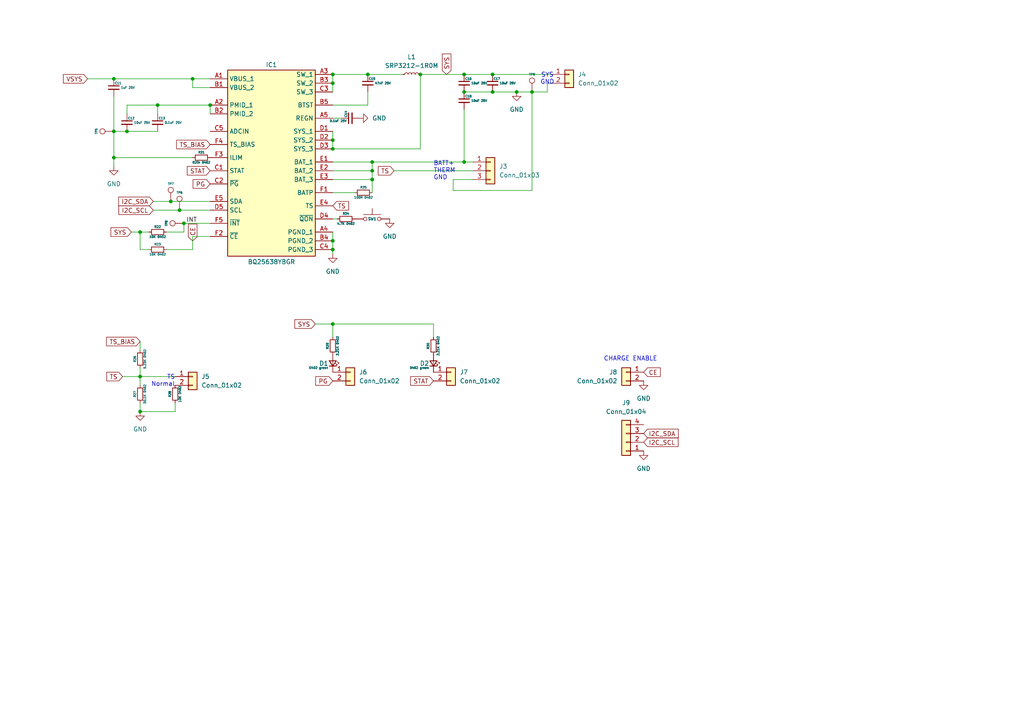
<source format=kicad_sch>
(kicad_sch (version 20231120) (generator "eeschema") (generator_version "8.0")
  (paper "A4")
  (lib_symbols
    (symbol "BQ25638YBGR:BQ25638YBGR"
      (property "Reference" "IC1" (at 0 19.304 0))
      (property "Value" "BQ25638YBGR" (at 0 -37.846 0))
      (symbol "BQ25638YBGR_1_1"
        (rectangle (start -12.7 17.78) (end 12.7 -36.195) (stroke (width 0.254)) (fill (type background)))
        (pin passive line (at -17.78 15.24 0) (length 5.08) (name "VBUS_1") (number "A1"))
        (pin passive line (at -17.78 7.62 0) (length 5.08) (name "PMID_1") (number "A2"))
        (pin passive line (at 17.78 16.51 180) (length 5.08) (name "SW_1") (number "A3"))
        (pin passive line (at 17.78 -29.21 180) (length 5.08) (name "PGND_1") (number "A4"))
        (pin passive line (at 17.78 3.81 180) (length 5.08) (name "REGN") (number "A5"))
        (pin passive line (at -17.78 12.7 0) (length 5.08) (name "VBUS_2") (number "B1"))
        (pin passive line (at -17.78 5.08 0) (length 5.08) (name "PMID_2") (number "B2"))
        (pin passive line (at 17.78 13.97 180) (length 5.08) (name "SW_2") (number "B3"))
        (pin passive line (at 17.78 -31.75 180) (length 5.08) (name "PGND_2") (number "B4"))
        (pin passive line (at 17.78 7.62 180) (length 5.08) (name "BTST") (number "B5"))
        (pin passive line (at -17.78 -11.43 0) (length 5.08) (name "STAT") (number "C1"))
        (pin passive line (at -17.78 -15.24 0) (length 5.08) (name "~{PG}") (number "C2"))
        (pin passive line (at 17.78 11.43 180) (length 5.08) (name "SW_3") (number "C3"))
        (pin passive line (at 17.78 -34.29 180) (length 5.08) (name "PGND_3") (number "C4"))
        (pin passive line (at -17.78 0 0) (length 5.08) (name "ADCIN") (number "C5"))
        (pin passive line (at 17.78 0 180) (length 5.08) (name "SYS_1") (number "D1"))
        (pin passive line (at 17.78 -2.54 180) (length 5.08) (name "SYS_2") (number "D2"))
        (pin passive line (at 17.78 -5.08 180) (length 5.08) (name "SYS_3") (number "D3"))
        (pin passive line (at 17.78 -25.4 180) (length 5.08) (name "~{QON}") (number "D4"))
        (pin passive line (at -17.78 -22.86 0) (length 5.08) (name "SCL") (number "D5"))
        (pin passive line (at 17.78 -8.89 180) (length 5.08) (name "BAT_1") (number "E1"))
        (pin passive line (at 17.78 -11.43 180) (length 5.08) (name "BAT_2") (number "E2"))
        (pin passive line (at 17.78 -13.97 180) (length 5.08) (name "BAT_3") (number "E3"))
        (pin passive line (at 17.78 -21.59 180) (length 5.08) (name "TS") (number "E4"))
        (pin passive line (at -17.78 -20.32 0) (length 5.08) (name "SDA") (number "E5"))
        (pin passive line (at 17.78 -17.78 180) (length 5.08) (name "BATP") (number "F1"))
        (pin passive line (at -17.78 -30.48 0) (length 5.08) (name "~{CE}") (number "F2"))
        (pin passive line (at -17.78 -7.62 0) (length 5.08) (name "ILIM") (number "F3"))
        (pin passive line (at -17.78 -3.81 0) (length 5.08) (name "TS_BIAS") (number "F4"))
        (pin passive line (at -17.78 -26.67 0) (length 5.08) (name "~{INT}") (number "F5"))
      )
    )
    (symbol "Connector:TestPoint" (pin_numbers hide) (pin_names (offset 0.762) hide)
      (property "Reference" "TP" (at 0 6.858 0))
      (property "Value" "TestPoint" (at 0 5.08 0))
      (symbol "TestPoint_0_1"
        (circle (center 0 3.302) (radius 0.762))
      )
      (symbol "TestPoint_1_1"
        (pin passive line (at 0 0 90) (length 2.54) (name "1") (number "1"))
      )
    )
    (symbol "Connector_Generic:Conn_01x02" (pin_names (offset 1.016) hide)
      (property "Reference" "J" (at 0 2.54 0))
      (property "Value" "Conn_01x02" (at 0 -5.08 0))
      (symbol "Conn_01x02_1_1"
        (rectangle (start -1.27 -2.413) (end 0 -2.667) (stroke (width 0.1524)))
        (rectangle (start -1.27 0.127) (end 0 -0.127) (stroke (width 0.1524)))
        (rectangle (start -1.27 1.27) (end 1.27 -3.81) (stroke (width 0.254)) (fill (type background)))
        (pin passive line (at -5.08 0 0) (length 3.81) (name "Pin_1") (number "1"))
        (pin passive line (at -5.08 -2.54 0) (length 3.81) (name "Pin_2") (number "2"))
      )
    )
    (symbol "Connector_Generic:Conn_01x03" (pin_names (offset 1.016) hide)
      (property "Reference" "J" (at 0 5.08 0))
      (property "Value" "Conn_01x03" (at 0 -5.08 0))
      (symbol "Conn_01x03_1_1"
        (rectangle (start -1.27 -2.413) (end 0 -2.667) (stroke (width 0.1524)))
        (rectangle (start -1.27 0.127) (end 0 -0.127) (stroke (width 0.1524)))
        (rectangle (start -1.27 2.667) (end 0 2.413) (stroke (width 0.1524)))
        (rectangle (start -1.27 3.81) (end 1.27 -3.81) (stroke (width 0.254)) (fill (type background)))
        (pin passive line (at -5.08 2.54 0) (length 3.81) (name "Pin_1") (number "1"))
        (pin passive line (at -5.08 0 0) (length 3.81) (name "Pin_2") (number "2"))
        (pin passive line (at -5.08 -2.54 0) (length 3.81) (name "Pin_3") (number "3"))
      )
    )
    (symbol "Connector_Generic:Conn_01x04" (pin_names (offset 1.016) hide)
      (property "Reference" "J" (at 0 5.08 0))
      (property "Value" "Conn_01x04" (at 0 -7.62 0))
      (symbol "Conn_01x04_1_1"
        (rectangle (start -1.27 -4.953) (end 0 -5.207) (stroke (width 0.1524)))
        (rectangle (start -1.27 -2.413) (end 0 -2.667) (stroke (width 0.1524)))
        (rectangle (start -1.27 0.127) (end 0 -0.127) (stroke (width 0.1524)))
        (rectangle (start -1.27 2.667) (end 0 2.413) (stroke (width 0.1524)))
        (rectangle (start -1.27 3.81) (end 1.27 -6.35) (stroke (width 0.254)) (fill (type background)))
        (pin passive line (at -5.08 2.54 0) (length 3.81) (name "Pin_1") (number "1"))
        (pin passive line (at -5.08 0 0) (length 3.81) (name "Pin_2") (number "2"))
        (pin passive line (at -5.08 -2.54 0) (length 3.81) (name "Pin_3") (number "3"))
        (pin passive line (at -5.08 -5.08 0) (length 3.81) (name "Pin_4") (number "4"))
      )
    )
    (symbol "Device:C_Small" (pin_numbers hide) (pin_names (offset 0.254) hide)
      (property "Reference" "C" (at 0.254 1.778 0))
      (property "Value" "C_Small" (at 0.254 -2.032 0))
      (symbol "C_Small_0_1"
        (polyline (pts (xy -1.524 -0.508) (xy 1.524 -0.508)) (stroke (width 0.3302)))
        (polyline (pts (xy -1.524 0.508) (xy 1.524 0.508)) (stroke (width 0.3048)))
      )
      (symbol "C_Small_1_1"
        (pin passive line (at 0 2.54 270) (length 2.032) (name "~") (number "1"))
        (pin passive line (at 0 -2.54 90) (length 2.032) (name "~") (number "2"))
      )
    )
    (symbol "Device:LED_Small" (pin_numbers hide) (pin_names (offset 0.254) hide)
      (property "Reference" "D" (at -1.27 3.175 0))
      (property "Value" "LED_Small" (at -4.445 -2.54 0))
      (symbol "LED_Small_0_1"
        (polyline (pts (xy -0.762 -1.016) (xy -0.762 1.016)) (stroke (width 0.254)))
        (polyline (pts (xy 1.016 0) (xy -0.762 0)))
        (polyline (pts (xy 0.762 -1.016) (xy -0.762 0) (xy 0.762 1.016) (xy 0.762 -1.016)) (stroke (width 0.254)))
        (polyline (pts (xy 0 0.762) (xy -0.508 1.27) (xy -0.254 1.27) (xy -0.508 1.27) (xy -0.508 1.016)))
        (polyline (pts (xy 0.508 1.27) (xy 0 1.778) (xy 0.254 1.778) (xy 0 1.778) (xy 0 1.524)))
      )
      (symbol "LED_Small_1_1"
        (pin passive line (at -2.54 0 0) (length 1.778) (name "K") (number "1"))
        (pin passive line (at 2.54 0 180) (length 1.778) (name "A") (number "2"))
      )
    )
    (symbol "Device:L_Small" (pin_numbers hide) (pin_names (offset 0.254) hide)
      (property "Reference" "L" (at 0.762 1.016 0))
      (property "Value" "L_Small" (at 0.762 -1.016 0))
      (symbol "L_Small_0_1"
        (arc (start 0 -2.032) (mid 0.5058 -1.524) (end 0 -1.016))
        (arc (start 0 -1.016) (mid 0.5058 -0.508) (end 0 0))
        (arc (start 0 0) (mid 0.5058 0.508) (end 0 1.016))
        (arc (start 0 1.016) (mid 0.5058 1.524) (end 0 2.032))
      )
      (symbol "L_Small_1_1"
        (pin passive line (at 0 2.54 270) (length 0.508) (name "~") (number "1"))
        (pin passive line (at 0 -2.54 90) (length 0.508) (name "~") (number "2"))
      )
    )
    (symbol "Device:R_Small" (pin_numbers hide) (pin_names (offset 0.254) hide)
      (property "Reference" "R" (at 0.762 0.508 0))
      (property "Value" "R_Small" (at 0.762 -1.016 0))
      (symbol "R_Small_0_1"
        (rectangle (start -0.762 1.778) (end 0.762 -1.778) (stroke (width 0.2032)))
      )
      (symbol "R_Small_1_1"
        (pin passive line (at 0 2.54 270) (length 0.762) (name "~") (number "1"))
        (pin passive line (at 0 -2.54 90) (length 0.762) (name "~") (number "2"))
      )
    )
    (symbol "Switch:SW_Push" (pin_numbers hide) (pin_names (offset 1.016) hide)
      (property "Reference" "SW" (at 1.27 2.54 0))
      (property "Value" "SW_Push" (at 0 -1.524 0))
      (symbol "SW_Push_0_1"
        (circle (center -2.032 0) (radius 0.508))
        (polyline (pts (xy 0 1.27) (xy 0 3.048)))
        (polyline (pts (xy 2.54 1.27) (xy -2.54 1.27)))
        (circle (center 2.032 0) (radius 0.508))
        (pin passive line (at -5.08 0 0) (length 2.54) (name "1") (number "1"))
        (pin passive line (at 5.08 0 180) (length 2.54) (name "2") (number "2"))
      )
    )
    (symbol "power:GND" (power) (pin_numbers hide) (pin_names (offset 0) hide)
      (property "Value" "GND" (at 0 -3.81 0))
      (symbol "GND_0_1"
        (polyline (pts (xy 0 0) (xy 0 -1.27) (xy 1.27 -1.27) (xy 0 -2.54) (xy -1.27 -1.27) (xy 0 -1.27)))
      )
      (symbol "GND_1_1"
        (pin power_in line (at 0 0 270) (length 0) (name "~") (number "1"))
      )
    )
  )
  (junction (at 107.95 46.99))
  (junction (at 40.64 119.38))
  (junction (at 121.92 21.59))
  (junction (at 154.305 26.67))
  (junction (at 142.875 21.59))
  (junction (at 45.72 30.48))
  (junction (at 134.62 21.59))
  (junction (at 96.52 21.59))
  (junction (at 96.52 72.39))
  (junction (at 40.64 109.22))
  (junction (at 55.88 22.86))
  (junction (at 49.53 58.42))
  (junction (at 107.95 52.07))
  (junction (at 33.02 45.72))
  (junction (at 142.875 26.67))
  (junction (at 33.02 38.1))
  (junction (at 134.62 46.99))
  (junction (at 52.07 60.96))
  (junction (at 107.95 49.53))
  (junction (at 53.34 64.77))
  (junction (at 96.52 93.98))
  (junction (at 96.52 43.18))
  (junction (at 36.83 38.1))
  (junction (at 106.68 21.59))
  (junction (at 149.86 26.67))
  (junction (at 134.62 26.67))
  (junction (at 96.52 24.13))
  (junction (at 33.02 22.86))
  (junction (at 96.52 69.85))
  (junction (at 40.64 67.31))
  (junction (at 60.96 30.48))
  (junction (at 96.52 40.64))
  (wire (pts (xy 142.875 26.67) (xy 149.86 26.67)))
  (wire (pts (xy 49.53 58.42) (xy 60.96 58.42)))
  (wire (pts (xy 40.64 119.38) (xy 40.64 116.84)))
  (wire (pts (xy 35.56 109.22) (xy 40.64 109.22)))
  (wire (pts (xy 158.75 24.13) (xy 160.02 24.13)))
  (wire (pts (xy 154.305 55.245) (xy 154.305 26.67)))
  (wire (pts (xy 33.02 38.1) (xy 33.02 45.72)))
  (wire (pts (xy 107.95 52.07) (xy 107.95 55.88)))
  (wire (pts (xy 45.72 38.1) (xy 36.83 38.1)))
  (wire (pts (xy 53.34 67.31) (xy 53.34 64.77)))
  (wire (pts (xy 55.88 22.86) (xy 60.96 22.86)))
  (wire (pts (xy 96.52 46.99) (xy 107.95 46.99)))
  (wire (pts (xy 96.52 73.66) (xy 96.52 72.39)))
  (wire (pts (xy 107.95 49.53) (xy 107.95 52.07)))
  (wire (pts (xy 25.4 22.86) (xy 33.02 22.86)))
  (wire (pts (xy 137.16 49.53) (xy 114.3 49.53)))
  (wire (pts (xy 55.88 72.39) (xy 48.26 72.39)))
  (wire (pts (xy 44.45 60.96) (xy 52.07 60.96)))
  (wire (pts (xy 125.73 97.79) (xy 125.73 93.98)))
  (wire (pts (xy 134.62 46.99) (xy 137.16 46.99)))
  (wire (pts (xy 96.52 52.07) (xy 107.95 52.07)))
  (wire (pts (xy 96.52 93.98) (xy 91.44 93.98)))
  (wire (pts (xy 38.1 67.31) (xy 40.64 67.31)))
  (wire (pts (xy 96.52 72.39) (xy 96.52 69.85)))
  (wire (pts (xy 102.87 55.88) (xy 96.52 55.88)))
  (wire (pts (xy 40.64 101.6) (xy 40.64 99.06)))
  (wire (pts (xy 96.52 40.64) (xy 96.52 43.18)))
  (wire (pts (xy 142.875 21.59) (xy 160.02 21.59)))
  (wire (pts (xy 36.83 38.1) (xy 33.02 38.1)))
  (wire (pts (xy 60.96 30.48) (xy 60.96 33.02)))
  (wire (pts (xy 55.88 68.58) (xy 60.96 68.58)))
  (wire (pts (xy 99.06 34.29) (xy 96.52 34.29)))
  (wire (pts (xy 97.79 63.5) (xy 96.52 63.5)))
  (wire (pts (xy 131.445 52.07) (xy 131.445 55.245)))
  (wire (pts (xy 137.16 52.07) (xy 131.445 52.07)))
  (wire (pts (xy 44.45 58.42) (xy 49.53 58.42)))
  (wire (pts (xy 52.07 60.96) (xy 60.96 60.96)))
  (wire (pts (xy 43.18 72.39) (xy 40.64 72.39)))
  (wire (pts (xy 134.62 26.67) (xy 142.875 26.67)))
  (wire (pts (xy 107.95 46.99) (xy 134.62 46.99)))
  (wire (pts (xy 60.96 25.4) (xy 55.88 25.4)))
  (wire (pts (xy 154.305 26.67) (xy 158.75 26.67)))
  (wire (pts (xy 45.72 33.02) (xy 45.72 30.48)))
  (wire (pts (xy 36.83 33.02) (xy 36.83 30.48)))
  (wire (pts (xy 106.68 30.48) (xy 96.52 30.48)))
  (wire (pts (xy 96.52 69.85) (xy 96.52 67.31)))
  (wire (pts (xy 33.02 48.26) (xy 33.02 45.72)))
  (wire (pts (xy 96.52 43.18) (xy 121.92 43.18)))
  (wire (pts (xy 107.95 46.99) (xy 107.95 49.53)))
  (wire (pts (xy 131.445 55.245) (xy 154.305 55.245)))
  (wire (pts (xy 96.52 38.1) (xy 96.52 40.64)))
  (wire (pts (xy 45.72 30.48) (xy 60.96 30.48)))
  (wire (pts (xy 50.8 119.38) (xy 40.64 119.38)))
  (wire (pts (xy 53.34 64.77) (xy 60.96 64.77)))
  (wire (pts (xy 40.64 106.68) (xy 40.64 109.22)))
  (wire (pts (xy 96.52 93.98) (xy 125.73 93.98)))
  (wire (pts (xy 50.8 116.84) (xy 50.8 119.38)))
  (wire (pts (xy 158.75 26.67) (xy 158.75 24.13)))
  (wire (pts (xy 55.88 25.4) (xy 55.88 22.86)))
  (wire (pts (xy 48.26 67.31) (xy 53.34 67.31)))
  (wire (pts (xy 116.84 21.59) (xy 106.68 21.59)))
  (wire (pts (xy 134.62 21.59) (xy 142.875 21.59)))
  (wire (pts (xy 96.52 24.13) (xy 96.52 26.67)))
  (wire (pts (xy 96.52 49.53) (xy 107.95 49.53)))
  (wire (pts (xy 33.02 45.72) (xy 55.88 45.72)))
  (wire (pts (xy 40.64 67.31) (xy 43.18 67.31)))
  (wire (pts (xy 50.8 109.22) (xy 40.64 109.22)))
  (wire (pts (xy 149.86 26.67) (xy 154.305 26.67)))
  (wire (pts (xy 134.62 31.75) (xy 134.62 46.99)))
  (wire (pts (xy 106.68 26.67) (xy 106.68 30.48)))
  (wire (pts (xy 40.64 72.39) (xy 40.64 67.31)))
  (wire (pts (xy 36.83 30.48) (xy 45.72 30.48)))
  (wire (pts (xy 96.52 21.59) (xy 96.52 24.13)))
  (wire (pts (xy 55.88 68.58) (xy 55.88 72.39)))
  (wire (pts (xy 40.64 109.22) (xy 40.64 111.76)))
  (wire (pts (xy 33.02 27.94) (xy 33.02 38.1)))
  (wire (pts (xy 106.68 21.59) (xy 96.52 21.59)))
  (wire (pts (xy 121.92 43.18) (xy 121.92 21.59)))
  (wire (pts (xy 96.52 97.79) (xy 96.52 93.98)))
  (wire (pts (xy 33.02 22.86) (xy 55.88 22.86)))
  (wire (pts (xy 121.92 21.59) (xy 134.62 21.59)))
  (text "CHARGE ENABLE" (at 182.88 104.14 0) (effects (font (size 1.27 1.27))))
  (text "TS\nNormal" (at 50.8 110.49 0) (effects (font (size 1.27 1.27)) (justify right)))
  (text "BATT+\nTHERM\nGND" (at 125.73 49.53 0) (effects (font (size 1.27 1.27)) (justify left)))
  (text "SYS\nGND" (at 158.75 22.86 0) (effects (font (size 1.27 1.27))))
  (label "INT" (at 57.15 64.77 180))
  (global_label "STAT" (shape input) (at 60.96 49.53 180) (property "Intersheetrefs" "${INTERSHEET_REFS}" (effects (hide yes))))
  (global_label "SYS" (shape input) (at 38.1 67.31 180) (property "Intersheetrefs" "${INTERSHEET_REFS}" (effects (hide yes))))
  (global_label "SYS" (shape input) (at 129.54 21.59 90) (property "Intersheetrefs" "${INTERSHEET_REFS}" (effects (hide yes))))
  (global_label "PG" (shape input) (at 60.96 53.34 180) (property "Intersheetrefs" "${INTERSHEET_REFS}" (effects (hide yes))))
  (global_label "TS" (shape input) (at 35.56 109.22 180) (property "Intersheetrefs" "${INTERSHEET_REFS}" (effects (hide yes))))
  (global_label "TS_BIAS" (shape input) (at 60.96 41.91 180) (property "Intersheetrefs" "${INTERSHEET_REFS}" (effects (hide yes))))
  (global_label "I2C_SCL" (shape input) (at 186.69 128.27 0) (property "Intersheetrefs" "${INTERSHEET_REFS}" (effects (hide yes))))
  (global_label "PG" (shape input) (at 96.52 110.49 180) (property "Intersheetrefs" "${INTERSHEET_REFS}" (effects (hide yes))))
  (global_label "SYS" (shape input) (at 91.44 93.98 180) (property "Intersheetrefs" "${INTERSHEET_REFS}" (effects (hide yes))))
  (global_label "TS_BIAS" (shape input) (at 40.64 99.06 180) (property "Intersheetrefs" "${INTERSHEET_REFS}" (effects (hide yes))))
  (global_label "I2C_SCL" (shape input) (at 44.45 60.96 180) (property "Intersheetrefs" "${INTERSHEET_REFS}" (effects (hide yes))))
  (global_label "STAT" (shape input) (at 125.73 110.49 180) (property "Intersheetrefs" "${INTERSHEET_REFS}" (effects (hide yes))))
  (global_label "CE" (shape input) (at 186.69 107.95 0) (property "Intersheetrefs" "${INTERSHEET_REFS}" (effects (hide yes))))
  (global_label "CE" (shape input) (at 55.88 69.85 90) (property "Intersheetrefs" "${INTERSHEET_REFS}" (effects (hide yes))))
  (global_label "TS" (shape input) (at 96.52 59.69 0) (property "Intersheetrefs" "${INTERSHEET_REFS}" (effects (hide yes))))
  (global_label "I2C_SDA" (shape input) (at 186.69 125.73 0) (property "Intersheetrefs" "${INTERSHEET_REFS}" (effects (hide yes))))
  (global_label "I2C_SDA" (shape input) (at 44.45 58.42 180) (property "Intersheetrefs" "${INTERSHEET_REFS}" (effects (hide yes))))
  (global_label "VSYS" (shape input) (at 25.4 22.86 180) (property "Intersheetrefs" "${INTERSHEET_REFS}" (effects (hide yes))))
  (global_label "TS" (shape input) (at 114.3 49.53 180) (property "Intersheetrefs" "${INTERSHEET_REFS}" (effects (hide yes))))
  (symbol (lib_id "Device:R_Small") (at 58.42 45.72 90) (mirror x) (unit 1)
    (property "Reference" "R21" (at 58.42 44.196 90) (effects (font (size 0.635 0.635))))
    (property "Value" "820r 0402" (at 58.42 46.736 90) (effects (font (size 0.635 0.635)) (justify top)))
    (property "Footprint" "Resistor_SMD:R_0402_1005Metric" (effects (hide yes)))
    (property "Description" "Resistor, small symbol" (effects (hide yes)))
  )
  (symbol (lib_id "Device:R_Small") (at 40.64 104.14 0) (mirror x) (unit 1)
    (property "Reference" "R26" (at 39.116 104.14 90) (effects (font (size 0.635 0.635))))
    (property "Value" "5.23K 0402" (at 41.656 104.14 90) (effects (font (size 0.635 0.635)) (justify top)))
    (property "Footprint" "Resistor_SMD:R_0402_1005Metric" (effects (hide yes)))
    (property "Description" "Resistor, small symbol" (effects (hide yes)))
  )
  (symbol (lib_id "Device:C_Small") (at 101.6 34.29 90) (unit 1)
    (property "Reference" "C14" (at 100.33 34.036 0) (effects (font (size 0.635 0.635)) (justify left)))
    (property "Value" "0.1uF 25V" (at 100.584 35.052 90) (effects (font (size 0.635 0.635)) (justify left)))
    (property "Footprint" "Capacitor_SMD:C_0402_1005Metric" (effects (hide yes)))
    (property "Description" "Unpolarized capacitor, small symbol" (effects (hide yes)))
  )
  (symbol (lib_id "Connector:TestPoint") (at 154.305 26.67 0) (unit 1)
    (property "Reference" "TP9" (at 154.305 21.59 0) (effects (font (size 0.635 0.635))))
    (property "Value" "TestPoint" (effects (hide yes)))
    (property "Footprint" "TestPoint:TestPoint_Pad_D1.0mm" (effects (hide yes)))
    (property "Description" "test point" (effects (hide yes)))
  )
  (symbol (lib_id "Device:R_Small") (at 45.72 67.31 90) (mirror x) (unit 1)
    (property "Reference" "R22" (at 45.72 65.786 90) (effects (font (size 0.635 0.635))))
    (property "Value" "10K 0402" (at 45.72 68.326 90) (effects (font (size 0.635 0.635)) (justify top)))
    (property "Footprint" "Resistor_SMD:R_0402_1005Metric" (effects (hide yes)))
    (property "Description" "Resistor, small symbol" (effects (hide yes)))
  )
  (symbol (lib_id "Connector:TestPoint") (at 52.07 60.96 0) (unit 1)
    (property "Reference" "TP6" (at 52.07 55.88 0) (effects (font (size 0.635 0.635))))
    (property "Value" "TestPoint" (effects (hide yes)))
    (property "Footprint" "TestPoint:TestPoint_Pad_D1.0mm" (effects (hide yes)))
    (property "Description" "test point" (effects (hide yes)))
  )
  (symbol (lib_id "Connector_Generic:Conn_01x02") (at 101.6 107.95 0) (unit 1)
    (property "Reference" "J6" (at 104.14 107.9499 0) (effects (justify left)))
    (property "Value" "Conn_01x02" (at 104.14 110.4899 0) (effects (justify left)))
    (property "Footprint" "Jumper:SolderJumper-2_P1.3mm_Open_RoundedPad1.0x1.5mm" (effects (hide yes)))
    (property "Description" "Generic connector, single row, 01x02, script generated (kicad-library-utils/schlib/autogen/connector/)" (effects (hide yes)))
  )
  (symbol (lib_id "power:GND") (at 186.69 130.81 0) (unit 1)
    (property "Reference" "#PWR018" (effects (hide yes)))
    (property "Value" "GND" (at 186.69 135.89 0))
    (property "Description" "Power symbol creates a global label with name \"GND\" , ground" (effects (hide yes)))
  )
  (symbol (lib_id "Device:R_Small") (at 125.73 100.33 0) (mirror x) (unit 1)
    (property "Reference" "R30" (at 124.206 100.33 90) (effects (font (size 0.635 0.635))))
    (property "Value" "2.21K 0402" (at 126.746 100.33 90) (effects (font (size 0.635 0.635)) (justify top)))
    (property "Footprint" "Resistor_SMD:R_0402_1005Metric" (effects (hide yes)))
    (property "Description" "Resistor, small symbol" (effects (hide yes)))
  )
  (symbol (lib_id "Connector:TestPoint") (at 53.34 64.77 90) (unit 1)
    (property "Reference" "TP8" (at 48.26 64.77 0) (effects (font (size 0.635 0.635))))
    (property "Value" "TestPoint" (effects (hide yes)))
    (property "Footprint" "TestPoint:TestPoint_Pad_D1.0mm" (effects (hide yes)))
    (property "Description" "test point" (effects (hide yes)))
  )
  (symbol (lib_id "power:GND") (at 40.64 119.38 0) (unit 1)
    (property "Reference" "#PWR014" (effects (hide yes)))
    (property "Value" "GND" (at 40.64 124.46 0))
    (property "Description" "Power symbol creates a global label with name \"GND\" , ground" (effects (hide yes)))
  )
  (symbol (lib_id "power:GND") (at 149.86 26.67 0) (unit 1)
    (property "Reference" "#PWR016" (effects (hide yes)))
    (property "Value" "GND" (at 149.86 31.75 0))
    (property "Description" "Power symbol creates a global label with name \"GND\" , ground" (effects (hide yes)))
  )
  (symbol (lib_id "power:GND") (at 96.52 73.66 0) (unit 1)
    (property "Reference" "#PWR012" (effects (hide yes)))
    (property "Value" "GND" (at 96.52 78.74 0))
    (property "Description" "Power symbol creates a global label with name \"GND\" , ground" (effects (hide yes)))
  )
  (symbol (lib_id "Connector_Generic:Conn_01x04") (at 181.61 128.27 180) (unit 1)
    (property "Reference" "J9" (at 181.61 116.84 0))
    (property "Value" "Conn_01x04" (at 181.61 119.38 0))
    (property "Footprint" "Connector_PinSocket_2.54mm:PinSocket_1x04_P2.54mm_Vertical" (effects (hide yes)))
    (property "Description" "Generic connector, single row, 01x04, script generated (kicad-library-utils/schlib/autogen/connector/)" (effects (hide yes)))
  )
  (symbol (lib_id "Device:C_Small") (at 142.875 24.13 0) (unit 1)
    (property "Reference" "C17" (at 143.129 22.86 0) (effects (font (size 0.635 0.635)) (justify left)))
    (property "Value" "10uF 25V" (at 144.907 24.13 0) (effects (font (size 0.635 0.635)) (justify left)))
    (property "Footprint" "Capacitor_SMD:C_0402_1005Metric" (effects (hide yes)))
    (property "Description" "Unpolarized capacitor, small symbol" (effects (hide yes)))
  )
  (symbol (lib_id "Device:R_Small") (at 45.72 72.39 90) (mirror x) (unit 1)
    (property "Reference" "R23" (at 45.72 70.866 90) (effects (font (size 0.635 0.635))))
    (property "Value" "10K 0402" (at 45.72 73.406 90) (effects (font (size 0.635 0.635)) (justify top)))
    (property "Footprint" "Resistor_SMD:R_0402_1005Metric" (effects (hide yes)))
    (property "Description" "Resistor, small symbol" (effects (hide yes)))
  )
  (symbol (lib_id "power:GND") (at 33.02 48.26 0) (unit 1)
    (property "Reference" "#PWR011" (effects (hide yes)))
    (property "Value" "GND" (at 33.02 53.34 0))
    (property "Description" "Power symbol creates a global label with name \"GND\" , ground" (effects (hide yes)))
  )
  (symbol (lib_id "BQ25638YBGR:BQ25638YBGR") (at 78.74 38.1 0) (unit 1)
    (property "Reference" "IC1" (at 78.74 18.796 0))
    (property "Value" "BQ25638YBGR" (at 78.74 75.946 0))
    (property "Footprint" "BQ25638:BGA30C40P5X6_227X198X50" (effects (hide yes)))
    (property "Datasheet" "https://www.ti.com/lit/gpn/bq25638" (effects (hide yes)))
    (property "Description" "High-efficiency 5-A, 1.5-MHz, synchronous switch mode buck charger for single cell battery  >90% efficiency down to 10-mA output current from 5-V input  Charge current up to 5 A in 80-mA steps  Charge termination from 30 to 1000 mA in 10- mA steps  Flexible JEITA profile for safe charging over temperature  BATFET control to support shutdown and full system reset" (effects (hide yes)))
    (property "Height" "0.5" (effects (hide yes)))
    (property "Mouser Part Number" "595-BQ25638YBGR" (effects (hide yes)))
    (property "Mouser Price/Stock" "https://www.mouser.co.uk/ProductDetail/Texas-Instruments/BQ25638YBGR?qs=mELouGlnn3erNLXwtKCMiQ%3D%3D" (effects (hide yes)))
    (property "Manufacturer_Name" "Texas Instruments" (effects (hide yes)))
    (property "Manufacturer_Part_Number" "BQ25638YBGR" (effects (hide yes)))
  )
  (symbol (lib_id "Device:C_Small") (at 33.02 25.4 0) (unit 1)
    (property "Reference" "C11" (at 33.274 24.13 0) (effects (font (size 0.635 0.635)) (justify left)))
    (property "Value" "1uF 25V" (at 35.052 25.4 0) (effects (font (size 0.635 0.635)) (justify left)))
    (property "Footprint" "Capacitor_SMD:C_0402_1005Metric" (effects (hide yes)))
    (property "Description" "Unpolarized capacitor, small symbol" (effects (hide yes)))
  )
  (symbol (lib_id "Device:C_Small") (at 36.83 35.56 0) (unit 1)
    (property "Reference" "C12" (at 37.084 34.29 0) (effects (font (size 0.635 0.635)) (justify left)))
    (property "Value" "10uF 25V" (at 38.862 35.56 0) (effects (font (size 0.635 0.635)) (justify left)))
    (property "Footprint" "Capacitor_SMD:C_0402_1005Metric" (effects (hide yes)))
    (property "Description" "Unpolarized capacitor, small symbol" (effects (hide yes)))
  )
  (symbol (lib_id "power:GND") (at 113.03 63.5 0) (unit 1)
    (property "Reference" "#PWR013" (effects (hide yes)))
    (property "Value" "GND" (at 113.03 68.58 0))
    (property "Description" "Power symbol creates a global label with name \"GND\" , ground" (effects (hide yes)))
  )
  (symbol (lib_id "Device:C_Small") (at 45.72 35.56 0) (unit 1)
    (property "Reference" "C13" (at 45.974 34.29 0) (effects (font (size 0.635 0.635)) (justify left)))
    (property "Value" "0.1uF 25V" (at 47.752 35.56 0) (effects (font (size 0.635 0.635)) (justify left)))
    (property "Footprint" "Capacitor_SMD:C_0402_1005Metric" (effects (hide yes)))
    (property "Description" "Unpolarized capacitor, small symbol" (effects (hide yes)))
  )
  (symbol (lib_id "Device:R_Small") (at 105.41 55.88 90) (mirror x) (unit 1)
    (property "Reference" "R25" (at 105.41 54.356 90) (effects (font (size 0.635 0.635))))
    (property "Value" "100R 0402" (at 105.41 56.896 90) (effects (font (size 0.635 0.635)) (justify top)))
    (property "Footprint" "Resistor_SMD:R_0402_1005Metric" (effects (hide yes)))
    (property "Description" "Resistor, small symbol" (effects (hide yes)))
  )
  (symbol (lib_id "Connector_Generic:Conn_01x02") (at 181.61 107.95 0) (mirror y) (unit 1)
    (property "Reference" "J8" (at 179.07 107.9499 0) (effects (justify left)))
    (property "Value" "Conn_01x02" (at 179.07 110.4899 0) (effects (justify left)))
    (property "Footprint" "Jumper:SolderJumper-2_P1.3mm_Bridged_RoundedPad1.0x1.5mm" (effects (hide yes)))
    (property "Description" "Generic connector, single row, 01x02, script generated (kicad-library-utils/schlib/autogen/connector/)" (effects (hide yes)))
  )
  (symbol (lib_id "Device:LED_Small") (at 96.52 105.41 270) (mirror x) (unit 1)
    (property "Reference" "D1" (at 95.25 105.41 90) (effects (justify right)))
    (property "Value" "0402 green" (at 95.25 106.68 90) (effects (font (size 0.635 0.635)) (justify right)))
    (property "Footprint" "LED_SMD:LED_0402_1005Metric" (effects (hide yes)))
    (property "Description" "Light emitting diode, small symbol" (effects (hide yes)))
  )
  (symbol (lib_id "Device:C_Small") (at 106.68 24.13 0) (unit 1)
    (property "Reference" "C15" (at 106.934 22.86 0) (effects (font (size 0.635 0.635)) (justify left)))
    (property "Value" "47nF 25V" (at 108.712 24.13 0) (effects (font (size 0.635 0.635)) (justify left)))
    (property "Footprint" "Capacitor_SMD:C_0402_1005Metric" (effects (hide yes)))
    (property "Description" "Unpolarized capacitor, small symbol" (effects (hide yes)))
  )
  (symbol (lib_id "Device:R_Small") (at 40.64 114.3 0) (mirror x) (unit 1)
    (property "Reference" "R27" (at 39.116 114.3 90) (effects (font (size 0.635 0.635))))
    (property "Value" "30.1K 0402" (at 41.656 114.3 90) (effects (font (size 0.635 0.635)) (justify top)))
    (property "Footprint" "Resistor_SMD:R_0402_1005Metric" (effects (hide yes)))
    (property "Description" "Resistor, small symbol" (effects (hide yes)))
  )
  (symbol (lib_id "Connector:TestPoint") (at 33.02 38.1 90) (unit 1)
    (property "Reference" "TP5" (at 27.94 38.1 0) (effects (font (size 0.635 0.635))))
    (property "Value" "TestPoint" (effects (hide yes)))
    (property "Footprint" "TestPoint:TestPoint_Pad_D1.0mm" (effects (hide yes)))
    (property "Description" "test point" (effects (hide yes)))
  )
  (symbol (lib_id "Device:L_Small") (at 119.38 21.59 90) (unit 1)
    (property "Reference" "L1" (at 119.38 16.51 90))
    (property "Value" "SRP3212-1R0M" (at 119.38 19.05 90))
    (property "Footprint" "Inductor_SMD_Wurth:L_Wurth_WE-LQSH-3012" (effects (hide yes)))
    (property "Description" "Inductor, small symbol" (effects (hide yes)))
  )
  (symbol (lib_id "Device:R_Small") (at 96.52 100.33 0) (mirror x) (unit 1)
    (property "Reference" "R29" (at 94.996 100.33 90) (effects (font (size 0.635 0.635))))
    (property "Value" "2.21K 0402" (at 97.536 100.33 90) (effects (font (size 0.635 0.635)) (justify top)))
    (property "Footprint" "Resistor_SMD:R_0402_1005Metric" (effects (hide yes)))
    (property "Description" "Resistor, small symbol" (effects (hide yes)))
  )
  (symbol (lib_id "Device:C_Small") (at 134.62 29.21 0) (unit 1)
    (property "Reference" "C18" (at 134.874 27.94 0) (effects (font (size 0.635 0.635)) (justify left)))
    (property "Value" "10uF 25V" (at 136.652 29.21 0) (effects (font (size 0.635 0.635)) (justify left)))
    (property "Footprint" "Capacitor_SMD:C_0402_1005Metric" (effects (hide yes)))
    (property "Description" "Unpolarized capacitor, small symbol" (effects (hide yes)))
  )
  (symbol (lib_id "power:GND") (at 186.69 110.49 0) (unit 1)
    (property "Reference" "#PWR017" (effects (hide yes)))
    (property "Value" "GND" (at 186.69 115.57 0))
    (property "Description" "Power symbol creates a global label with name \"GND\" , ground" (effects (hide yes)))
  )
  (symbol (lib_id "Device:C_Small") (at 134.62 24.13 0) (unit 1)
    (property "Reference" "C16" (at 134.874 22.86 0) (effects (font (size 0.635 0.635)) (justify left)))
    (property "Value" "10uF 25V" (at 136.652 24.13 0) (effects (font (size 0.635 0.635)) (justify left)))
    (property "Footprint" "Capacitor_SMD:C_0402_1005Metric" (effects (hide yes)))
    (property "Description" "Unpolarized capacitor, small symbol" (effects (hide yes)))
  )
  (symbol (lib_id "Connector_Generic:Conn_01x02") (at 130.81 107.95 0) (unit 1)
    (property "Reference" "J7" (at 133.35 107.9499 0) (effects (justify left)))
    (property "Value" "Conn_01x02" (at 133.35 110.4899 0) (effects (justify left)))
    (property "Footprint" "Jumper:SolderJumper-2_P1.3mm_Open_RoundedPad1.0x1.5mm" (effects (hide yes)))
    (property "Description" "Generic connector, single row, 01x02, script generated (kicad-library-utils/schlib/autogen/connector/)" (effects (hide yes)))
  )
  (symbol (lib_id "Device:LED_Small") (at 125.73 105.41 270) (mirror x) (unit 1)
    (property "Reference" "D2" (at 124.46 105.41 90) (effects (justify right)))
    (property "Value" "0402 green" (at 124.46 106.68 90) (effects (font (size 0.635 0.635)) (justify right)))
    (property "Footprint" "LED_SMD:LED_0402_1005Metric" (effects (hide yes)))
    (property "Description" "Light emitting diode, small symbol" (effects (hide yes)))
  )
  (symbol (lib_id "Connector:TestPoint") (at 49.53 58.42 0) (unit 1)
    (property "Reference" "TP7" (at 49.53 53.34 0) (effects (font (size 0.635 0.635))))
    (property "Value" "TestPoint" (effects (hide yes)))
    (property "Footprint" "TestPoint:TestPoint_Pad_D1.0mm" (effects (hide yes)))
    (property "Description" "test point" (effects (hide yes)))
  )
  (symbol (lib_id "Connector_Generic:Conn_01x03") (at 142.24 49.53 0) (unit 1)
    (property "Reference" "J3" (at 144.78 48.2599 0) (effects (justify left)))
    (property "Value" "Conn_01x03" (at 144.78 50.7999 0) (effects (justify left)))
    (property "Footprint" "Connector_PinHeader_2.54mm:PinHeader_1x03_P2.54mm_Vertical" (effects (hide yes)))
    (property "Description" "Generic connector, single row, 01x03, script generated (kicad-library-utils/schlib/autogen/connector/)" (effects (hide yes)))
  )
  (symbol (lib_id "Connector_Generic:Conn_01x02") (at 55.88 109.22 0) (unit 1)
    (property "Reference" "J5" (at 58.42 109.2199 0) (effects (justify left)))
    (property "Value" "Conn_01x02" (at 58.42 111.7599 0) (effects (justify left)))
    (property "Footprint" "Jumper:SolderJumper-2_P1.3mm_Open_RoundedPad1.0x1.5mm" (effects (hide yes)))
    (property "Description" "Generic connector, single row, 01x02, script generated (kicad-library-utils/schlib/autogen/connector/)" (effects (hide yes)))
  )
  (symbol (lib_id "power:GND") (at 104.14 34.29 90) (unit 1)
    (property "Reference" "#PWR015" (effects (hide yes)))
    (property "Value" "GND" (at 107.95 34.2899 90) (effects (justify right)))
    (property "Description" "Power symbol creates a global label with name \"GND\" , ground" (effects (hide yes)))
  )
  (symbol (lib_id "Connector_Generic:Conn_01x02") (at 165.1 21.59 0) (unit 1)
    (property "Reference" "J4" (at 167.64 21.5899 0) (effects (justify left)))
    (property "Value" "Conn_01x02" (at 167.64 24.1299 0) (effects (justify left)))
    (property "Footprint" "Connector_PinHeader_2.54mm:PinHeader_1x02_P2.54mm_Vertical" (effects (hide yes)))
    (property "Description" "Generic connector, single row, 01x02, script generated (kicad-library-utils/schlib/autogen/connector/)" (effects (hide yes)))
  )
  (symbol (lib_id "Device:R_Small") (at 100.33 63.5 90) (mirror x) (unit 1)
    (property "Reference" "R24" (at 100.33 61.976 90) (effects (font (size 0.635 0.635))))
    (property "Value" "4.7K 0402" (at 100.33 64.516 90) (effects (font (size 0.635 0.635)) (justify top)))
    (property "Footprint" "Resistor_SMD:R_0402_1005Metric" (effects (hide yes)))
    (property "Description" "Resistor, small symbol" (effects (hide yes)))
  )
  (symbol (lib_id "Device:R_Small") (at 50.8 114.3 0) (mirror x) (unit 1)
    (property "Reference" "R28" (at 49.276 114.3 90) (effects (font (size 0.635 0.635))))
    (property "Value" "10K 0402" (at 51.816 114.3 90) (effects (font (size 0.635 0.635)) (justify top)))
    (property "Footprint" "Resistor_SMD:R_0402_1005Metric" (effects (hide yes)))
    (property "Description" "Resistor, small symbol" (effects (hide yes)))
  )
  (symbol (lib_id "Switch:SW_Push") (at 107.95 63.5 0) (unit 1)
    (property "Reference" "SW1" (at 107.95 63.5 0) (effects (font (size 0.762 0.762))))
    (property "Value" "SW_Push" (effects (hide yes)))
    (property "Footprint" "Button_Switch_SMD:SW_SPST_B3U-1000P" (effects (hide yes)))
    (property "Description" "Push button switch, generic, two pins" (effects (hide yes)))
  )
)
</source>
